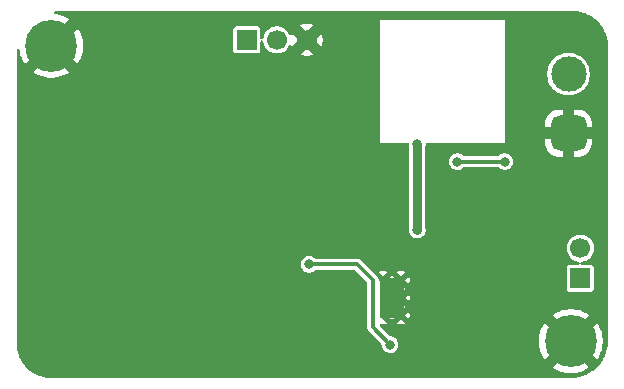
<source format=gbl>
G04 #@! TF.GenerationSoftware,KiCad,Pcbnew,9.0.2-9.0.2-0~ubuntu24.04.1*
G04 #@! TF.CreationDate,2025-05-13T17:43:29+02:00*
G04 #@! TF.ProjectId,RCFavoritControlBoard,52434661-766f-4726-9974-436f6e74726f,rev?*
G04 #@! TF.SameCoordinates,Original*
G04 #@! TF.FileFunction,Copper,L2,Bot*
G04 #@! TF.FilePolarity,Positive*
%FSLAX46Y46*%
G04 Gerber Fmt 4.6, Leading zero omitted, Abs format (unit mm)*
G04 Created by KiCad (PCBNEW 9.0.2-9.0.2-0~ubuntu24.04.1) date 2025-05-13 17:43:29*
%MOMM*%
%LPD*%
G01*
G04 APERTURE LIST*
G04 Aperture macros list*
%AMRoundRect*
0 Rectangle with rounded corners*
0 $1 Rounding radius*
0 $2 $3 $4 $5 $6 $7 $8 $9 X,Y pos of 4 corners*
0 Add a 4 corners polygon primitive as box body*
4,1,4,$2,$3,$4,$5,$6,$7,$8,$9,$2,$3,0*
0 Add four circle primitives for the rounded corners*
1,1,$1+$1,$2,$3*
1,1,$1+$1,$4,$5*
1,1,$1+$1,$6,$7*
1,1,$1+$1,$8,$9*
0 Add four rect primitives between the rounded corners*
20,1,$1+$1,$2,$3,$4,$5,0*
20,1,$1+$1,$4,$5,$6,$7,0*
20,1,$1+$1,$6,$7,$8,$9,0*
20,1,$1+$1,$8,$9,$2,$3,0*%
G04 Aperture macros list end*
G04 #@! TA.AperFunction,HeatsinkPad*
%ADD10C,0.500000*%
G04 #@! TD*
G04 #@! TA.AperFunction,HeatsinkPad*
%ADD11R,2.000000X3.500000*%
G04 #@! TD*
G04 #@! TA.AperFunction,ComponentPad*
%ADD12C,4.400000*%
G04 #@! TD*
G04 #@! TA.AperFunction,ComponentPad*
%ADD13RoundRect,0.750000X0.750000X-0.750000X0.750000X0.750000X-0.750000X0.750000X-0.750000X-0.750000X0*%
G04 #@! TD*
G04 #@! TA.AperFunction,ComponentPad*
%ADD14C,3.000000*%
G04 #@! TD*
G04 #@! TA.AperFunction,ComponentPad*
%ADD15R,1.700000X1.700000*%
G04 #@! TD*
G04 #@! TA.AperFunction,ComponentPad*
%ADD16C,1.700000*%
G04 #@! TD*
G04 #@! TA.AperFunction,ViaPad*
%ADD17C,0.600000*%
G04 #@! TD*
G04 #@! TA.AperFunction,ViaPad*
%ADD18C,0.800000*%
G04 #@! TD*
G04 #@! TA.AperFunction,Conductor*
%ADD19C,0.350000*%
G04 #@! TD*
G04 #@! TA.AperFunction,Conductor*
%ADD20C,0.750000*%
G04 #@! TD*
G04 #@! TA.AperFunction,Conductor*
%ADD21C,0.300000*%
G04 #@! TD*
G04 APERTURE END LIST*
D10*
G04 #@! TO.P,U3,17,GND*
G04 #@! TO.N,GND*
X154612500Y-101825000D03*
X154612500Y-100325000D03*
X154612500Y-98825000D03*
D11*
X153862500Y-100325000D03*
D10*
X153112500Y-101825000D03*
X153112500Y-100325000D03*
X153112500Y-98825000D03*
G04 #@! TD*
D12*
G04 #@! TO.P,H2,1,1*
G04 #@! TO.N,GND*
X125000000Y-79000000D03*
G04 #@! TD*
G04 #@! TO.P,H1,1,1*
G04 #@! TO.N,GND*
X169000000Y-104000000D03*
G04 #@! TD*
D13*
G04 #@! TO.P,VBAT,1,Pin_1*
G04 #@! TO.N,GND*
X168800000Y-86400000D03*
D14*
G04 #@! TO.P,VBAT,2,Pin_2*
G04 #@! TO.N,VBAT*
X168800000Y-81400000D03*
G04 #@! TD*
D15*
G04 #@! TO.P,MOTOR,1,Pin_1*
G04 #@! TO.N,Motor+*
X169800000Y-98675000D03*
D16*
G04 #@! TO.P,MOTOR,2,Pin_2*
G04 #@! TO.N,Motor-*
X169800000Y-96135000D03*
G04 #@! TD*
D15*
G04 #@! TO.P,J3,1,Pin_1*
G04 #@! TO.N,SERVO_PWM*
X141560000Y-78500000D03*
D16*
G04 #@! TO.P,J3,2,Pin_2*
G04 #@! TO.N,+6V*
X144100000Y-78500000D03*
G04 #@! TO.P,J3,3,Pin_3*
G04 #@! TO.N,GND*
X146640000Y-78500000D03*
G04 #@! TD*
D17*
G04 #@! TO.N,GND*
X165000000Y-78500000D03*
X150500000Y-80000000D03*
X164000000Y-104000000D03*
X159000000Y-104000000D03*
X123500000Y-83000000D03*
X133000000Y-77000000D03*
X129000000Y-101000000D03*
X137000000Y-96500000D03*
X137000000Y-100000000D03*
X142000000Y-100000000D03*
X142000000Y-96500000D03*
X142000000Y-92500000D03*
X137000000Y-92500000D03*
X132000000Y-92500000D03*
X127000000Y-92500000D03*
D18*
X157050000Y-92500000D03*
X132500000Y-81000000D03*
X154500000Y-92500000D03*
X129800000Y-86500000D03*
X138700000Y-81500000D03*
X163450000Y-95050000D03*
X141400000Y-82000000D03*
X152500000Y-93500000D03*
X128700000Y-86500000D03*
X134200000Y-80500000D03*
X153100000Y-91000000D03*
X165900000Y-93950000D03*
X148900000Y-103800000D03*
X158000000Y-92500000D03*
X133400000Y-81000000D03*
X147200000Y-103850000D03*
X163450000Y-96150000D03*
X146250000Y-103850000D03*
X163450000Y-94150000D03*
X153700000Y-91800000D03*
X164950000Y-93950000D03*
X163450000Y-97150000D03*
X162400000Y-92500000D03*
X131500000Y-80300000D03*
X164050000Y-92850000D03*
G04 #@! TO.N,+6V*
X156000000Y-87300000D03*
X146825000Y-97500000D03*
X153700000Y-104300000D03*
X156000000Y-94600000D03*
G04 #@! TO.N,VBAT*
X163400000Y-88800000D03*
X159378682Y-88801037D03*
G04 #@! TD*
D19*
G04 #@! TO.N,+6V*
X153700000Y-104300000D02*
X152250000Y-102850000D01*
X152250000Y-102850000D02*
X152250000Y-98850000D01*
X152250000Y-98850000D02*
X150900000Y-97500000D01*
D20*
X156000000Y-94600000D02*
X156000000Y-87300000D01*
D19*
X150900000Y-97500000D02*
X146825000Y-97500000D01*
D21*
G04 #@! TO.N,VBAT*
X163398963Y-88801037D02*
X163400000Y-88800000D01*
X163400000Y-88800000D02*
X159379719Y-88800000D01*
X159379719Y-88800000D02*
X159378682Y-88801037D01*
G04 #@! TD*
G04 #@! TA.AperFunction,Conductor*
G04 #@! TO.N,GND*
G36*
X169203472Y-76075695D02*
G01*
X169520498Y-76093499D01*
X169534296Y-76095053D01*
X169843895Y-76147656D01*
X169857449Y-76150749D01*
X170008331Y-76194218D01*
X170159212Y-76237686D01*
X170172338Y-76242279D01*
X170462465Y-76362454D01*
X170474979Y-76368480D01*
X170749848Y-76520395D01*
X170761604Y-76527782D01*
X171017716Y-76709504D01*
X171028576Y-76718164D01*
X171262741Y-76927425D01*
X171272572Y-76937256D01*
X171462691Y-77150000D01*
X171481831Y-77171417D01*
X171490497Y-77182285D01*
X171668948Y-77433788D01*
X171672211Y-77438386D01*
X171679607Y-77450156D01*
X171774826Y-77622441D01*
X171831515Y-77725013D01*
X171837548Y-77737541D01*
X171957720Y-78027662D01*
X171962313Y-78040787D01*
X172049249Y-78342548D01*
X172052343Y-78356105D01*
X172104944Y-78665693D01*
X172106501Y-78679511D01*
X172124305Y-78996527D01*
X172124500Y-79003480D01*
X172124500Y-103996753D01*
X172124330Y-104003243D01*
X172107723Y-104320112D01*
X172106366Y-104333020D01*
X172057239Y-104643198D01*
X172054541Y-104655894D01*
X171973258Y-104959246D01*
X171969247Y-104971589D01*
X171856702Y-105264780D01*
X171851423Y-105276638D01*
X171708844Y-105556464D01*
X171702354Y-105567704D01*
X171531315Y-105831082D01*
X171523686Y-105841583D01*
X171326042Y-106085652D01*
X171317357Y-106095297D01*
X171095297Y-106317357D01*
X171085652Y-106326042D01*
X170841583Y-106523686D01*
X170831082Y-106531315D01*
X170567704Y-106702354D01*
X170556464Y-106708844D01*
X170276638Y-106851423D01*
X170264780Y-106856702D01*
X169971589Y-106969247D01*
X169959246Y-106973258D01*
X169655894Y-107054541D01*
X169643198Y-107057239D01*
X169333020Y-107106366D01*
X169320112Y-107107723D01*
X169003244Y-107124330D01*
X168996754Y-107124500D01*
X125003378Y-107124500D01*
X124996614Y-107124315D01*
X124971783Y-107122958D01*
X124688165Y-107107463D01*
X124674725Y-107105990D01*
X124373264Y-107056184D01*
X124360073Y-107053257D01*
X124065863Y-106970915D01*
X124053052Y-106966564D01*
X123769548Y-106852653D01*
X123757289Y-106846932D01*
X123487885Y-106702817D01*
X123476322Y-106695794D01*
X123224225Y-106523189D01*
X123213506Y-106514956D01*
X122981704Y-106315908D01*
X122971947Y-106306559D01*
X122763214Y-106083447D01*
X122754523Y-106073078D01*
X122571335Y-105828550D01*
X122563827Y-105817296D01*
X122545574Y-105786413D01*
X122408374Y-105554276D01*
X122402139Y-105542275D01*
X122378090Y-105489087D01*
X122276260Y-105263875D01*
X122271376Y-105251285D01*
X122176574Y-104960825D01*
X122173086Y-104947759D01*
X122110492Y-104648700D01*
X122108450Y-104635353D01*
X122078808Y-104331253D01*
X122078233Y-104317741D01*
X122078954Y-104257584D01*
X122081977Y-104005465D01*
X122081978Y-104005465D01*
X122083609Y-103980988D01*
X122078339Y-103972615D01*
X122075931Y-103943812D01*
X122076462Y-103941217D01*
X122075500Y-103933480D01*
X122075500Y-97568995D01*
X146124499Y-97568995D01*
X146151418Y-97704322D01*
X146151421Y-97704332D01*
X146204221Y-97831804D01*
X146204228Y-97831817D01*
X146280885Y-97946541D01*
X146280888Y-97946545D01*
X146378454Y-98044111D01*
X146378458Y-98044114D01*
X146493182Y-98120771D01*
X146493195Y-98120778D01*
X146557518Y-98147421D01*
X146620672Y-98173580D01*
X146620676Y-98173580D01*
X146620677Y-98173581D01*
X146756004Y-98200500D01*
X146756007Y-98200500D01*
X146893995Y-98200500D01*
X146985041Y-98182389D01*
X147029328Y-98173580D01*
X147156811Y-98120775D01*
X147271542Y-98044114D01*
X147303836Y-98011820D01*
X147365158Y-97978334D01*
X147391518Y-97975500D01*
X150651679Y-97975500D01*
X150718718Y-97995185D01*
X150739360Y-98011819D01*
X151738181Y-99010640D01*
X151771666Y-99071963D01*
X151774500Y-99098321D01*
X151774500Y-102787399D01*
X151774500Y-102912601D01*
X151788576Y-102965133D01*
X151806905Y-103033536D01*
X151869504Y-103141962D01*
X151869506Y-103141965D01*
X152963181Y-104235639D01*
X152996666Y-104296962D01*
X152999500Y-104323320D01*
X152999500Y-104368993D01*
X152999500Y-104368995D01*
X152999499Y-104368995D01*
X153026418Y-104504322D01*
X153026421Y-104504332D01*
X153079221Y-104631804D01*
X153079228Y-104631817D01*
X153155885Y-104746541D01*
X153155888Y-104746545D01*
X153253454Y-104844111D01*
X153253458Y-104844114D01*
X153368182Y-104920771D01*
X153368195Y-104920778D01*
X153476223Y-104965524D01*
X153495672Y-104973580D01*
X153495676Y-104973580D01*
X153495677Y-104973581D01*
X153631004Y-105000500D01*
X153631007Y-105000500D01*
X153768995Y-105000500D01*
X153860041Y-104982389D01*
X153904328Y-104973580D01*
X154031811Y-104920775D01*
X154146542Y-104844114D01*
X154244114Y-104746542D01*
X154320775Y-104631811D01*
X154373580Y-104504328D01*
X154400500Y-104368993D01*
X154400500Y-104231007D01*
X154400500Y-104231004D01*
X154373581Y-104095677D01*
X154373580Y-104095676D01*
X154373580Y-104095672D01*
X154369811Y-104086572D01*
X154320778Y-103968195D01*
X154320774Y-103968188D01*
X154320718Y-103968104D01*
X154244114Y-103853458D01*
X154244111Y-103853454D01*
X154239023Y-103848366D01*
X166300000Y-103848366D01*
X166300000Y-104151633D01*
X166333952Y-104452966D01*
X166333954Y-104452982D01*
X166401434Y-104748633D01*
X166401438Y-104748645D01*
X166501592Y-105034866D01*
X166501598Y-105034880D01*
X166633172Y-105308096D01*
X166768856Y-105524035D01*
X167953626Y-104339266D01*
X167980590Y-104422253D01*
X168059196Y-104576525D01*
X168160967Y-104716602D01*
X168283398Y-104839033D01*
X168423475Y-104940804D01*
X168577747Y-105019410D01*
X168660732Y-105046373D01*
X167475963Y-106231142D01*
X167475962Y-106231142D01*
X167691903Y-106366827D01*
X167965119Y-106498401D01*
X167965133Y-106498407D01*
X168251354Y-106598561D01*
X168251366Y-106598565D01*
X168547017Y-106666045D01*
X168547033Y-106666047D01*
X168848366Y-106699999D01*
X168848368Y-106700000D01*
X169151632Y-106700000D01*
X169151633Y-106699999D01*
X169452966Y-106666047D01*
X169452982Y-106666045D01*
X169748633Y-106598565D01*
X169748645Y-106598561D01*
X170034866Y-106498407D01*
X170034880Y-106498401D01*
X170308096Y-106366827D01*
X170524035Y-106231142D01*
X169339267Y-105046373D01*
X169422253Y-105019410D01*
X169576525Y-104940804D01*
X169716602Y-104839033D01*
X169839033Y-104716602D01*
X169940804Y-104576525D01*
X170019410Y-104422253D01*
X170046373Y-104339266D01*
X171231142Y-105524035D01*
X171366827Y-105308096D01*
X171498401Y-105034880D01*
X171498407Y-105034866D01*
X171598561Y-104748645D01*
X171598565Y-104748633D01*
X171666045Y-104452982D01*
X171666047Y-104452966D01*
X171699999Y-104151633D01*
X171700000Y-104151631D01*
X171700000Y-103848368D01*
X171699999Y-103848366D01*
X171666047Y-103547033D01*
X171666045Y-103547017D01*
X171598565Y-103251366D01*
X171598561Y-103251354D01*
X171498407Y-102965133D01*
X171498401Y-102965119D01*
X171366827Y-102691903D01*
X171231142Y-102475963D01*
X170046373Y-103660731D01*
X170019410Y-103577747D01*
X169940804Y-103423475D01*
X169839033Y-103283398D01*
X169716602Y-103160967D01*
X169576525Y-103059196D01*
X169422253Y-102980590D01*
X169339267Y-102953626D01*
X170524035Y-101768856D01*
X170524036Y-101768856D01*
X170308096Y-101633172D01*
X170034880Y-101501598D01*
X170034866Y-101501592D01*
X169748645Y-101401438D01*
X169748633Y-101401434D01*
X169452982Y-101333954D01*
X169452966Y-101333952D01*
X169151633Y-101300000D01*
X168848366Y-101300000D01*
X168547033Y-101333952D01*
X168547017Y-101333954D01*
X168251366Y-101401434D01*
X168251354Y-101401438D01*
X167965133Y-101501592D01*
X167965119Y-101501598D01*
X167691903Y-101633172D01*
X167475963Y-101768856D01*
X168660733Y-102953626D01*
X168577747Y-102980590D01*
X168423475Y-103059196D01*
X168283398Y-103160967D01*
X168160967Y-103283398D01*
X168059196Y-103423475D01*
X167980590Y-103577747D01*
X167953626Y-103660732D01*
X166768856Y-102475962D01*
X166633172Y-102691903D01*
X166501598Y-102965119D01*
X166501592Y-102965133D01*
X166401438Y-103251354D01*
X166401434Y-103251366D01*
X166333954Y-103547017D01*
X166333952Y-103547033D01*
X166300000Y-103848366D01*
X154239023Y-103848366D01*
X154146545Y-103755888D01*
X154146541Y-103755885D01*
X154031817Y-103679228D01*
X154031804Y-103679221D01*
X153904332Y-103626421D01*
X153904322Y-103626418D01*
X153768995Y-103599500D01*
X153768993Y-103599500D01*
X153723320Y-103599500D01*
X153656281Y-103579815D01*
X153635639Y-103563181D01*
X152839375Y-102766916D01*
X152805890Y-102705593D01*
X152810874Y-102635901D01*
X152852746Y-102579968D01*
X152918210Y-102555551D01*
X152951248Y-102557618D01*
X153038629Y-102575000D01*
X153186371Y-102575000D01*
X153186373Y-102574999D01*
X153331260Y-102546179D01*
X153331275Y-102546175D01*
X153436524Y-102502578D01*
X153436524Y-102502577D01*
X154288475Y-102502577D01*
X154393736Y-102546178D01*
X154393740Y-102546179D01*
X154538626Y-102574999D01*
X154538629Y-102575000D01*
X154686371Y-102575000D01*
X154686373Y-102574999D01*
X154831260Y-102546179D01*
X154831275Y-102546175D01*
X154936524Y-102502578D01*
X154936524Y-102502577D01*
X154612501Y-102178554D01*
X154612500Y-102178554D01*
X154288475Y-102502577D01*
X153436524Y-102502577D01*
X153023404Y-102089457D01*
X152989919Y-102028134D01*
X152994903Y-101958442D01*
X153023404Y-101914094D01*
X153041788Y-101895709D01*
X153055855Y-101909776D01*
X153092609Y-101925000D01*
X153132391Y-101925000D01*
X153169145Y-101909776D01*
X153197276Y-101881645D01*
X153212500Y-101844891D01*
X153212500Y-101824999D01*
X153466054Y-101824999D01*
X153466054Y-101825001D01*
X153790076Y-102149023D01*
X153838307Y-102139430D01*
X153886691Y-102139430D01*
X153934922Y-102149024D01*
X154258946Y-101825000D01*
X154258946Y-101824999D01*
X154239056Y-101805109D01*
X154512500Y-101805109D01*
X154512500Y-101844891D01*
X154527724Y-101881645D01*
X154555855Y-101909776D01*
X154592609Y-101925000D01*
X154632391Y-101925000D01*
X154669145Y-101909776D01*
X154697276Y-101881645D01*
X154712500Y-101844891D01*
X154712500Y-101824999D01*
X154966054Y-101824999D01*
X154966054Y-101825001D01*
X155290077Y-102149024D01*
X155290078Y-102149024D01*
X155333675Y-102043775D01*
X155333679Y-102043760D01*
X155362499Y-101898873D01*
X155362500Y-101898871D01*
X155362500Y-101751128D01*
X155362499Y-101751126D01*
X155333679Y-101606240D01*
X155333678Y-101606236D01*
X155290077Y-101500975D01*
X154966054Y-101824999D01*
X154712500Y-101824999D01*
X154712500Y-101805109D01*
X154697276Y-101768355D01*
X154669145Y-101740224D01*
X154632391Y-101725000D01*
X154592609Y-101725000D01*
X154555855Y-101740224D01*
X154527724Y-101768355D01*
X154512500Y-101805109D01*
X154239056Y-101805109D01*
X153934921Y-101500974D01*
X153886690Y-101510568D01*
X153838308Y-101510568D01*
X153790077Y-101500974D01*
X153466054Y-101824999D01*
X153212500Y-101824999D01*
X153212500Y-101805109D01*
X153197276Y-101768355D01*
X153169145Y-101740224D01*
X153132391Y-101725000D01*
X153092609Y-101725000D01*
X153055855Y-101740224D01*
X153041789Y-101754289D01*
X153023404Y-101735904D01*
X152989919Y-101674581D01*
X152994903Y-101604889D01*
X153023404Y-101560542D01*
X153436524Y-101147421D01*
X153426930Y-101099191D01*
X153426930Y-101090853D01*
X153425040Y-101086050D01*
X153426930Y-101050807D01*
X153436523Y-101002577D01*
X154288474Y-101002577D01*
X154298068Y-101050808D01*
X154298068Y-101099190D01*
X154288474Y-101147421D01*
X154612500Y-101471446D01*
X154612501Y-101471446D01*
X154936524Y-101147422D01*
X154926930Y-101099191D01*
X154926930Y-101050807D01*
X154936523Y-101002576D01*
X154612501Y-100678554D01*
X154612500Y-100678554D01*
X154288474Y-101002577D01*
X153436523Y-101002577D01*
X153436523Y-101002576D01*
X153023404Y-100589457D01*
X152989919Y-100528134D01*
X152994903Y-100458442D01*
X153023404Y-100414094D01*
X153041788Y-100395709D01*
X153055855Y-100409776D01*
X153092609Y-100425000D01*
X153132391Y-100425000D01*
X153169145Y-100409776D01*
X153197276Y-100381645D01*
X153212500Y-100344891D01*
X153212500Y-100324999D01*
X153466054Y-100324999D01*
X153466054Y-100325001D01*
X153790076Y-100649023D01*
X153838307Y-100639430D01*
X153886691Y-100639430D01*
X153934922Y-100649024D01*
X154258946Y-100325000D01*
X154258946Y-100324999D01*
X154239056Y-100305109D01*
X154512500Y-100305109D01*
X154512500Y-100344891D01*
X154527724Y-100381645D01*
X154555855Y-100409776D01*
X154592609Y-100425000D01*
X154632391Y-100425000D01*
X154669145Y-100409776D01*
X154697276Y-100381645D01*
X154712500Y-100344891D01*
X154712500Y-100324999D01*
X154966054Y-100324999D01*
X154966054Y-100325001D01*
X155290077Y-100649024D01*
X155290078Y-100649024D01*
X155333675Y-100543775D01*
X155333679Y-100543760D01*
X155362499Y-100398873D01*
X155362500Y-100398871D01*
X155362500Y-100251128D01*
X155362499Y-100251126D01*
X155333679Y-100106240D01*
X155333678Y-100106236D01*
X155290077Y-100000975D01*
X154966054Y-100324999D01*
X154712500Y-100324999D01*
X154712500Y-100305109D01*
X154697276Y-100268355D01*
X154669145Y-100240224D01*
X154632391Y-100225000D01*
X154592609Y-100225000D01*
X154555855Y-100240224D01*
X154527724Y-100268355D01*
X154512500Y-100305109D01*
X154239056Y-100305109D01*
X153934921Y-100000974D01*
X153886690Y-100010568D01*
X153838308Y-100010568D01*
X153790077Y-100000974D01*
X153466054Y-100324999D01*
X153212500Y-100324999D01*
X153212500Y-100305109D01*
X153197276Y-100268355D01*
X153169145Y-100240224D01*
X153132391Y-100225000D01*
X153092609Y-100225000D01*
X153055855Y-100240224D01*
X153041789Y-100254289D01*
X153023404Y-100235904D01*
X152989919Y-100174581D01*
X152994903Y-100104889D01*
X153023404Y-100060542D01*
X153436524Y-99647421D01*
X153426930Y-99599191D01*
X153426930Y-99590853D01*
X153425040Y-99586050D01*
X153426930Y-99550807D01*
X153436523Y-99502577D01*
X154288474Y-99502577D01*
X154298068Y-99550808D01*
X154298068Y-99599190D01*
X154288474Y-99647421D01*
X154612500Y-99971446D01*
X154612501Y-99971446D01*
X154936524Y-99647422D01*
X154926930Y-99599191D01*
X154926930Y-99550807D01*
X154936523Y-99502576D01*
X154612501Y-99178554D01*
X154612500Y-99178554D01*
X154288474Y-99502577D01*
X153436523Y-99502577D01*
X152750514Y-98816568D01*
X152743898Y-98805109D01*
X153012500Y-98805109D01*
X153012500Y-98844891D01*
X153027724Y-98881645D01*
X153055855Y-98909776D01*
X153092609Y-98925000D01*
X153132391Y-98925000D01*
X153169145Y-98909776D01*
X153197276Y-98881645D01*
X153212500Y-98844891D01*
X153212500Y-98824999D01*
X153466054Y-98824999D01*
X153466054Y-98825001D01*
X153790076Y-99149023D01*
X153838307Y-99139430D01*
X153886691Y-99139430D01*
X153934922Y-99149024D01*
X154258946Y-98825000D01*
X154258946Y-98824999D01*
X154239056Y-98805109D01*
X154512500Y-98805109D01*
X154512500Y-98844891D01*
X154527724Y-98881645D01*
X154555855Y-98909776D01*
X154592609Y-98925000D01*
X154632391Y-98925000D01*
X154669145Y-98909776D01*
X154697276Y-98881645D01*
X154712500Y-98844891D01*
X154712500Y-98824999D01*
X154966054Y-98824999D01*
X154966054Y-98825001D01*
X155290077Y-99149024D01*
X155290078Y-99149024D01*
X155333675Y-99043775D01*
X155333679Y-99043760D01*
X155362499Y-98898873D01*
X155362500Y-98898871D01*
X155362500Y-98751128D01*
X155362499Y-98751126D01*
X155333679Y-98606240D01*
X155333678Y-98606236D01*
X155290077Y-98500975D01*
X154966054Y-98824999D01*
X154712500Y-98824999D01*
X154712500Y-98805109D01*
X154697276Y-98768355D01*
X154669145Y-98740224D01*
X154632391Y-98725000D01*
X154592609Y-98725000D01*
X154555855Y-98740224D01*
X154527724Y-98768355D01*
X154512500Y-98805109D01*
X154239056Y-98805109D01*
X153934921Y-98500974D01*
X153886690Y-98510568D01*
X153838308Y-98510568D01*
X153790077Y-98500974D01*
X153466054Y-98824999D01*
X153212500Y-98824999D01*
X153212500Y-98805109D01*
X153197276Y-98768355D01*
X153169145Y-98740224D01*
X153132391Y-98725000D01*
X153092609Y-98725000D01*
X153055855Y-98740224D01*
X153027724Y-98768355D01*
X153012500Y-98805109D01*
X152743898Y-98805109D01*
X152718421Y-98760982D01*
X152693095Y-98666464D01*
X152630495Y-98558036D01*
X152541964Y-98469505D01*
X152219879Y-98147420D01*
X152788474Y-98147420D01*
X152788474Y-98147421D01*
X153112500Y-98471446D01*
X153112501Y-98471446D01*
X153436524Y-98147421D01*
X153436522Y-98147420D01*
X154288474Y-98147420D01*
X154288474Y-98147421D01*
X154612500Y-98471446D01*
X154612501Y-98471446D01*
X154936524Y-98147421D01*
X154831267Y-98103822D01*
X154831259Y-98103820D01*
X154686372Y-98075000D01*
X154538628Y-98075000D01*
X154393740Y-98103820D01*
X154393728Y-98103823D01*
X154288474Y-98147420D01*
X153436522Y-98147420D01*
X153331267Y-98103822D01*
X153331259Y-98103820D01*
X153186372Y-98075000D01*
X153038628Y-98075000D01*
X152893740Y-98103820D01*
X152893728Y-98103823D01*
X152788474Y-98147420D01*
X152219879Y-98147420D01*
X151191964Y-97119505D01*
X151083536Y-97056905D01*
X151083537Y-97056905D01*
X151043224Y-97046103D01*
X150962601Y-97024500D01*
X150962599Y-97024500D01*
X147391518Y-97024500D01*
X147324479Y-97004815D01*
X147303836Y-96988180D01*
X147271545Y-96955888D01*
X147271541Y-96955885D01*
X147156817Y-96879228D01*
X147156804Y-96879221D01*
X147029332Y-96826421D01*
X147029322Y-96826418D01*
X146893995Y-96799500D01*
X146893993Y-96799500D01*
X146756007Y-96799500D01*
X146756005Y-96799500D01*
X146620677Y-96826418D01*
X146620667Y-96826421D01*
X146493195Y-96879221D01*
X146493182Y-96879228D01*
X146378458Y-96955885D01*
X146378454Y-96955888D01*
X146280888Y-97053454D01*
X146280885Y-97053458D01*
X146204228Y-97168182D01*
X146204221Y-97168195D01*
X146151421Y-97295667D01*
X146151418Y-97295677D01*
X146124500Y-97431004D01*
X146124500Y-97431007D01*
X146124500Y-97568993D01*
X146124500Y-97568995D01*
X146124499Y-97568995D01*
X122075500Y-97568995D01*
X122075500Y-96044448D01*
X168649500Y-96044448D01*
X168649500Y-96225551D01*
X168677829Y-96404410D01*
X168733787Y-96576636D01*
X168733788Y-96576639D01*
X168816006Y-96737997D01*
X168922441Y-96884494D01*
X168922445Y-96884499D01*
X169050500Y-97012554D01*
X169050505Y-97012558D01*
X169178287Y-97105396D01*
X169197006Y-97118996D01*
X169293552Y-97168189D01*
X169358360Y-97201211D01*
X169358363Y-97201212D01*
X169444476Y-97229191D01*
X169530591Y-97257171D01*
X169634716Y-97273662D01*
X169662270Y-97278027D01*
X169725405Y-97307956D01*
X169762336Y-97367268D01*
X169761338Y-97437130D01*
X169722728Y-97495363D01*
X169658765Y-97523477D01*
X169642872Y-97524500D01*
X168905143Y-97524500D01*
X168905117Y-97524502D01*
X168880012Y-97527413D01*
X168880008Y-97527415D01*
X168777235Y-97572793D01*
X168697794Y-97652234D01*
X168652415Y-97755006D01*
X168652415Y-97755008D01*
X168649500Y-97780131D01*
X168649500Y-99569856D01*
X168649502Y-99569882D01*
X168652413Y-99594987D01*
X168652415Y-99594991D01*
X168697793Y-99697764D01*
X168697794Y-99697765D01*
X168777235Y-99777206D01*
X168880009Y-99822585D01*
X168905135Y-99825500D01*
X170694864Y-99825499D01*
X170694879Y-99825497D01*
X170694882Y-99825497D01*
X170719987Y-99822586D01*
X170719988Y-99822585D01*
X170719991Y-99822585D01*
X170822765Y-99777206D01*
X170902206Y-99697765D01*
X170947585Y-99594991D01*
X170950500Y-99569865D01*
X170950499Y-97780136D01*
X170950497Y-97780117D01*
X170947586Y-97755012D01*
X170947585Y-97755010D01*
X170947585Y-97755009D01*
X170902206Y-97652235D01*
X170822765Y-97572794D01*
X170814157Y-97568993D01*
X170719992Y-97527415D01*
X170694868Y-97524500D01*
X169957128Y-97524500D01*
X169890089Y-97504815D01*
X169844334Y-97452011D01*
X169834390Y-97382853D01*
X169863415Y-97319297D01*
X169922193Y-97281523D01*
X169937730Y-97278027D01*
X169961014Y-97274338D01*
X170069409Y-97257171D01*
X170241639Y-97201211D01*
X170402994Y-97118996D01*
X170549501Y-97012553D01*
X170677553Y-96884501D01*
X170783996Y-96737994D01*
X170866211Y-96576639D01*
X170922171Y-96404409D01*
X170936765Y-96312259D01*
X170950500Y-96225551D01*
X170950500Y-96044448D01*
X170934019Y-95940397D01*
X170922171Y-95865591D01*
X170866211Y-95693361D01*
X170866211Y-95693360D01*
X170837740Y-95637484D01*
X170783996Y-95532006D01*
X170770396Y-95513287D01*
X170677558Y-95385505D01*
X170677554Y-95385500D01*
X170549499Y-95257445D01*
X170549494Y-95257441D01*
X170402997Y-95151006D01*
X170402996Y-95151005D01*
X170402994Y-95151004D01*
X170351300Y-95124664D01*
X170241639Y-95068788D01*
X170241636Y-95068787D01*
X170069410Y-95012829D01*
X169890551Y-94984500D01*
X169890546Y-94984500D01*
X169709454Y-94984500D01*
X169709449Y-94984500D01*
X169530589Y-95012829D01*
X169358363Y-95068787D01*
X169358360Y-95068788D01*
X169197002Y-95151006D01*
X169050505Y-95257441D01*
X169050500Y-95257445D01*
X168922445Y-95385500D01*
X168922441Y-95385505D01*
X168816006Y-95532002D01*
X168733788Y-95693360D01*
X168733787Y-95693363D01*
X168677829Y-95865589D01*
X168649500Y-96044448D01*
X122075500Y-96044448D01*
X122075500Y-87200000D01*
X152800000Y-87200000D01*
X155175500Y-87200000D01*
X155175930Y-87200126D01*
X155176361Y-87200003D01*
X155209422Y-87209960D01*
X155242539Y-87219685D01*
X155242832Y-87220023D01*
X155243262Y-87220153D01*
X155265712Y-87246428D01*
X155288294Y-87272489D01*
X155288455Y-87273046D01*
X155288649Y-87273273D01*
X155289008Y-87274955D01*
X155298357Y-87307206D01*
X155299500Y-87315567D01*
X155299500Y-87368993D01*
X155322848Y-87486373D01*
X155323357Y-87490092D01*
X155323047Y-87492142D01*
X155324500Y-87506886D01*
X155324500Y-94393112D01*
X155322117Y-94417304D01*
X155299500Y-94531004D01*
X155299500Y-94531007D01*
X155299500Y-94668993D01*
X155299500Y-94668995D01*
X155299499Y-94668995D01*
X155326418Y-94804322D01*
X155326421Y-94804332D01*
X155379221Y-94931804D01*
X155379228Y-94931817D01*
X155455885Y-95046541D01*
X155455888Y-95046545D01*
X155553454Y-95144111D01*
X155553458Y-95144114D01*
X155668182Y-95220771D01*
X155668195Y-95220778D01*
X155756723Y-95257447D01*
X155795672Y-95273580D01*
X155795676Y-95273580D01*
X155795677Y-95273581D01*
X155931004Y-95300500D01*
X155931007Y-95300500D01*
X156068995Y-95300500D01*
X156160041Y-95282389D01*
X156204328Y-95273580D01*
X156331811Y-95220775D01*
X156446542Y-95144114D01*
X156544114Y-95046542D01*
X156620775Y-94931811D01*
X156673580Y-94804328D01*
X156700500Y-94668993D01*
X156700500Y-94531007D01*
X156700500Y-94531004D01*
X156677883Y-94417304D01*
X156675500Y-94393112D01*
X156675500Y-88870032D01*
X158678181Y-88870032D01*
X158705100Y-89005359D01*
X158705103Y-89005369D01*
X158757903Y-89132841D01*
X158757910Y-89132854D01*
X158834567Y-89247578D01*
X158834570Y-89247582D01*
X158932136Y-89345148D01*
X158932140Y-89345151D01*
X159046864Y-89421808D01*
X159046877Y-89421815D01*
X159171850Y-89473580D01*
X159174354Y-89474617D01*
X159174358Y-89474617D01*
X159174359Y-89474618D01*
X159309686Y-89501537D01*
X159309689Y-89501537D01*
X159447677Y-89501537D01*
X159538723Y-89483426D01*
X159583010Y-89474617D01*
X159710493Y-89421812D01*
X159825224Y-89345151D01*
X159883557Y-89286817D01*
X159944878Y-89253334D01*
X159971237Y-89250500D01*
X162808482Y-89250500D01*
X162875521Y-89270185D01*
X162896158Y-89286814D01*
X162953455Y-89344111D01*
X162953459Y-89344115D01*
X163068182Y-89420771D01*
X163068195Y-89420778D01*
X163195667Y-89473578D01*
X163195672Y-89473580D01*
X163195676Y-89473580D01*
X163195677Y-89473581D01*
X163331004Y-89500500D01*
X163331007Y-89500500D01*
X163468995Y-89500500D01*
X163560041Y-89482389D01*
X163604328Y-89473580D01*
X163729300Y-89421815D01*
X163731804Y-89420778D01*
X163731804Y-89420777D01*
X163731811Y-89420775D01*
X163846542Y-89344114D01*
X163944114Y-89246542D01*
X164020775Y-89131811D01*
X164073580Y-89004328D01*
X164082389Y-88960041D01*
X164100500Y-88868995D01*
X164100500Y-88731004D01*
X164073581Y-88595677D01*
X164073580Y-88595676D01*
X164073580Y-88595672D01*
X164073578Y-88595667D01*
X164020778Y-88468195D01*
X164020771Y-88468182D01*
X163944114Y-88353458D01*
X163944111Y-88353454D01*
X163846545Y-88255888D01*
X163846541Y-88255885D01*
X163731817Y-88179228D01*
X163731804Y-88179221D01*
X163604332Y-88126421D01*
X163604322Y-88126418D01*
X163468995Y-88099500D01*
X163468993Y-88099500D01*
X163331007Y-88099500D01*
X163331005Y-88099500D01*
X163195677Y-88126418D01*
X163195667Y-88126421D01*
X163068195Y-88179221D01*
X163068182Y-88179228D01*
X162953459Y-88255884D01*
X162924811Y-88284532D01*
X162896161Y-88313182D01*
X162834841Y-88346666D01*
X162808482Y-88349500D01*
X159969163Y-88349500D01*
X159902124Y-88329815D01*
X159881486Y-88313185D01*
X159825224Y-88256923D01*
X159825223Y-88256922D01*
X159825222Y-88256921D01*
X159710499Y-88180265D01*
X159710486Y-88180258D01*
X159583014Y-88127458D01*
X159583004Y-88127455D01*
X159447677Y-88100537D01*
X159447675Y-88100537D01*
X159309689Y-88100537D01*
X159309687Y-88100537D01*
X159174359Y-88127455D01*
X159174349Y-88127458D01*
X159046877Y-88180258D01*
X159046864Y-88180265D01*
X158932140Y-88256922D01*
X158932136Y-88256925D01*
X158834570Y-88354491D01*
X158834567Y-88354495D01*
X158757910Y-88469219D01*
X158757903Y-88469232D01*
X158705103Y-88596704D01*
X158705100Y-88596714D01*
X158678182Y-88732041D01*
X158678182Y-88732044D01*
X158678182Y-88870030D01*
X158678182Y-88870032D01*
X158678181Y-88870032D01*
X156675500Y-88870032D01*
X156675500Y-87506886D01*
X156676643Y-87490092D01*
X156677151Y-87486373D01*
X156700500Y-87368993D01*
X156700500Y-87315567D01*
X156701643Y-87307206D01*
X156712623Y-87282712D01*
X156720185Y-87256961D01*
X156726698Y-87251317D01*
X156730225Y-87243450D01*
X156752708Y-87228779D01*
X156772989Y-87211206D01*
X156782966Y-87209035D01*
X156788740Y-87205268D01*
X156800664Y-87205185D01*
X156824500Y-87200000D01*
X163400000Y-87200000D01*
X163400000Y-85585803D01*
X166800000Y-85585803D01*
X166800000Y-85900000D01*
X168051668Y-85900000D01*
X168002430Y-85973690D01*
X167934586Y-86137480D01*
X167900000Y-86311358D01*
X167900000Y-86488642D01*
X167934586Y-86662520D01*
X168002430Y-86826310D01*
X168051668Y-86900000D01*
X166800001Y-86900000D01*
X166800001Y-87214197D01*
X166810400Y-87346332D01*
X166865377Y-87564519D01*
X166958428Y-87769374D01*
X166958431Y-87769380D01*
X167086559Y-87954323D01*
X167086569Y-87954335D01*
X167245664Y-88113430D01*
X167245676Y-88113440D01*
X167430619Y-88241568D01*
X167430625Y-88241571D01*
X167635480Y-88334622D01*
X167853667Y-88389599D01*
X167985810Y-88399999D01*
X168299999Y-88399999D01*
X168300000Y-88399998D01*
X168300000Y-87148332D01*
X168373690Y-87197570D01*
X168537480Y-87265414D01*
X168711358Y-87300000D01*
X168888642Y-87300000D01*
X169062520Y-87265414D01*
X169226310Y-87197570D01*
X169300000Y-87148332D01*
X169300000Y-88399999D01*
X169614182Y-88399999D01*
X169614197Y-88399998D01*
X169746332Y-88389599D01*
X169964519Y-88334622D01*
X170169374Y-88241571D01*
X170169380Y-88241568D01*
X170354323Y-88113440D01*
X170354335Y-88113430D01*
X170513430Y-87954335D01*
X170513440Y-87954323D01*
X170641568Y-87769380D01*
X170641571Y-87769374D01*
X170734622Y-87564519D01*
X170789599Y-87346332D01*
X170799999Y-87214196D01*
X170800000Y-87214184D01*
X170800000Y-86900000D01*
X169548332Y-86900000D01*
X169597570Y-86826310D01*
X169665414Y-86662520D01*
X169700000Y-86488642D01*
X169700000Y-86311358D01*
X169665414Y-86137480D01*
X169597570Y-85973690D01*
X169548332Y-85900000D01*
X170799999Y-85900000D01*
X170799999Y-85585817D01*
X170799998Y-85585802D01*
X170789599Y-85453667D01*
X170734622Y-85235480D01*
X170641571Y-85030625D01*
X170641568Y-85030619D01*
X170513440Y-84845676D01*
X170513430Y-84845664D01*
X170354335Y-84686569D01*
X170354323Y-84686559D01*
X170169380Y-84558431D01*
X170169374Y-84558428D01*
X169964519Y-84465377D01*
X169746332Y-84410400D01*
X169614196Y-84400000D01*
X169300000Y-84400000D01*
X169300000Y-85651667D01*
X169226310Y-85602430D01*
X169062520Y-85534586D01*
X168888642Y-85500000D01*
X168711358Y-85500000D01*
X168537480Y-85534586D01*
X168373690Y-85602430D01*
X168300000Y-85651667D01*
X168300000Y-84400000D01*
X167985817Y-84400000D01*
X167985802Y-84400001D01*
X167853667Y-84410400D01*
X167635480Y-84465377D01*
X167430625Y-84558428D01*
X167430619Y-84558431D01*
X167245676Y-84686559D01*
X167245664Y-84686569D01*
X167086569Y-84845664D01*
X167086559Y-84845676D01*
X166958431Y-85030619D01*
X166958428Y-85030625D01*
X166865377Y-85235480D01*
X166810400Y-85453667D01*
X166800000Y-85585803D01*
X163400000Y-85585803D01*
X163400000Y-81281995D01*
X166999500Y-81281995D01*
X166999500Y-81518004D01*
X166999501Y-81518020D01*
X167030306Y-81752010D01*
X167091394Y-81979993D01*
X167181714Y-82198045D01*
X167181719Y-82198056D01*
X167252677Y-82320957D01*
X167299727Y-82402450D01*
X167299729Y-82402453D01*
X167299730Y-82402454D01*
X167443406Y-82589697D01*
X167443412Y-82589704D01*
X167610295Y-82756587D01*
X167610301Y-82756592D01*
X167797550Y-82900273D01*
X167928918Y-82976118D01*
X168001943Y-83018280D01*
X168001948Y-83018282D01*
X168001951Y-83018284D01*
X168220007Y-83108606D01*
X168447986Y-83169693D01*
X168681989Y-83200500D01*
X168681996Y-83200500D01*
X168918004Y-83200500D01*
X168918011Y-83200500D01*
X169152014Y-83169693D01*
X169379993Y-83108606D01*
X169598049Y-83018284D01*
X169802450Y-82900273D01*
X169989699Y-82756592D01*
X170156592Y-82589699D01*
X170300273Y-82402450D01*
X170418284Y-82198049D01*
X170508606Y-81979993D01*
X170569693Y-81752014D01*
X170600500Y-81518011D01*
X170600500Y-81281989D01*
X170569693Y-81047986D01*
X170508606Y-80820007D01*
X170418284Y-80601951D01*
X170418282Y-80601948D01*
X170418280Y-80601943D01*
X170373299Y-80524035D01*
X170300273Y-80397550D01*
X170156592Y-80210301D01*
X170156587Y-80210295D01*
X169989704Y-80043412D01*
X169989697Y-80043406D01*
X169802454Y-79899730D01*
X169802453Y-79899729D01*
X169802450Y-79899727D01*
X169697325Y-79839033D01*
X169598056Y-79781719D01*
X169598045Y-79781714D01*
X169379993Y-79691394D01*
X169152010Y-79630306D01*
X168918020Y-79599501D01*
X168918017Y-79599500D01*
X168918011Y-79599500D01*
X168681989Y-79599500D01*
X168681983Y-79599500D01*
X168681979Y-79599501D01*
X168447989Y-79630306D01*
X168220006Y-79691394D01*
X168001954Y-79781714D01*
X168001943Y-79781719D01*
X167797545Y-79899730D01*
X167610302Y-80043406D01*
X167610295Y-80043412D01*
X167443412Y-80210295D01*
X167443406Y-80210302D01*
X167299730Y-80397545D01*
X167181719Y-80601943D01*
X167181714Y-80601954D01*
X167091394Y-80820006D01*
X167030306Y-81047989D01*
X166999501Y-81281979D01*
X166999500Y-81281995D01*
X163400000Y-81281995D01*
X163400000Y-76800000D01*
X158000000Y-76800000D01*
X152800000Y-76800000D01*
X152800000Y-87200000D01*
X122075500Y-87200000D01*
X122075500Y-79367162D01*
X122095185Y-79300123D01*
X122147989Y-79254368D01*
X122217147Y-79244424D01*
X122280703Y-79273449D01*
X122318477Y-79332227D01*
X122322720Y-79353279D01*
X122333951Y-79452964D01*
X122333954Y-79452982D01*
X122401434Y-79748633D01*
X122401438Y-79748645D01*
X122501592Y-80034866D01*
X122501598Y-80034880D01*
X122633172Y-80308096D01*
X122768856Y-80524035D01*
X123953626Y-79339266D01*
X123980590Y-79422253D01*
X124059196Y-79576525D01*
X124160967Y-79716602D01*
X124283398Y-79839033D01*
X124423475Y-79940804D01*
X124577747Y-80019410D01*
X124660732Y-80046373D01*
X123475963Y-81231142D01*
X123475962Y-81231142D01*
X123691903Y-81366827D01*
X123965119Y-81498401D01*
X123965133Y-81498407D01*
X124251354Y-81598561D01*
X124251366Y-81598565D01*
X124547017Y-81666045D01*
X124547033Y-81666047D01*
X124848366Y-81699999D01*
X124848368Y-81700000D01*
X125151632Y-81700000D01*
X125151633Y-81699999D01*
X125452966Y-81666047D01*
X125452982Y-81666045D01*
X125748633Y-81598565D01*
X125748645Y-81598561D01*
X126034866Y-81498407D01*
X126034880Y-81498401D01*
X126308096Y-81366827D01*
X126524035Y-81231142D01*
X125339267Y-80046373D01*
X125422253Y-80019410D01*
X125576525Y-79940804D01*
X125716602Y-79839033D01*
X125839033Y-79716602D01*
X125940804Y-79576525D01*
X126019410Y-79422253D01*
X126046373Y-79339267D01*
X127231142Y-80524035D01*
X127366827Y-80308096D01*
X127498401Y-80034880D01*
X127498407Y-80034866D01*
X127598561Y-79748645D01*
X127598565Y-79748633D01*
X127599989Y-79742396D01*
X146104708Y-79742396D01*
X146121780Y-79751094D01*
X146323871Y-79816757D01*
X146533754Y-79850000D01*
X146746246Y-79850000D01*
X146956127Y-79816757D01*
X146956130Y-79816757D01*
X147158218Y-79751094D01*
X147158220Y-79751093D01*
X147175289Y-79742395D01*
X147175290Y-79742395D01*
X146640001Y-79207106D01*
X146640000Y-79207106D01*
X146104708Y-79742396D01*
X127599989Y-79742396D01*
X127666045Y-79452982D01*
X127666047Y-79452966D01*
X127699999Y-79151633D01*
X127700000Y-79151631D01*
X127700000Y-78848368D01*
X127699999Y-78848366D01*
X127666047Y-78547033D01*
X127666045Y-78547017D01*
X127598565Y-78251366D01*
X127598561Y-78251354D01*
X127498407Y-77965133D01*
X127498401Y-77965119D01*
X127366827Y-77691903D01*
X127351510Y-77667526D01*
X127312304Y-77605131D01*
X140409500Y-77605131D01*
X140409500Y-79394856D01*
X140409502Y-79394882D01*
X140412413Y-79419987D01*
X140412415Y-79419991D01*
X140457793Y-79522764D01*
X140457794Y-79522765D01*
X140537235Y-79602206D01*
X140640009Y-79647585D01*
X140665135Y-79650500D01*
X142454864Y-79650499D01*
X142454879Y-79650497D01*
X142454882Y-79650497D01*
X142479987Y-79647586D01*
X142479988Y-79647585D01*
X142479991Y-79647585D01*
X142582765Y-79602206D01*
X142662206Y-79522765D01*
X142707585Y-79419991D01*
X142710500Y-79394865D01*
X142710499Y-78657125D01*
X142730183Y-78590089D01*
X142782987Y-78544334D01*
X142852146Y-78534390D01*
X142915702Y-78563415D01*
X142953476Y-78622193D01*
X142956972Y-78637729D01*
X142977829Y-78769410D01*
X143033787Y-78941636D01*
X143033788Y-78941639D01*
X143116006Y-79102997D01*
X143222441Y-79249494D01*
X143222445Y-79249499D01*
X143350500Y-79377554D01*
X143350505Y-79377558D01*
X143478287Y-79470396D01*
X143497006Y-79483996D01*
X143573094Y-79522765D01*
X143658360Y-79566211D01*
X143658363Y-79566212D01*
X143705293Y-79581460D01*
X143830591Y-79622171D01*
X143913429Y-79635291D01*
X144009449Y-79650500D01*
X144009454Y-79650500D01*
X144190551Y-79650500D01*
X144298120Y-79633462D01*
X144369409Y-79622171D01*
X144494707Y-79581460D01*
X144494708Y-79581460D01*
X144541636Y-79566212D01*
X144541639Y-79566211D01*
X144702994Y-79483996D01*
X144849501Y-79377553D01*
X144977553Y-79249501D01*
X145083996Y-79102994D01*
X145151091Y-78971312D01*
X145199064Y-78920518D01*
X145266885Y-78903723D01*
X145333020Y-78926260D01*
X145376472Y-78980975D01*
X145379506Y-78989291D01*
X145388903Y-79018213D01*
X145388908Y-79018225D01*
X145397602Y-79035289D01*
X145397603Y-79035290D01*
X145932894Y-78500000D01*
X145867068Y-78434174D01*
X146140000Y-78434174D01*
X146140000Y-78565826D01*
X146174075Y-78692993D01*
X146239901Y-78807007D01*
X146332993Y-78900099D01*
X146447007Y-78965925D01*
X146574174Y-79000000D01*
X146705826Y-79000000D01*
X146832993Y-78965925D01*
X146947007Y-78900099D01*
X147040099Y-78807007D01*
X147105925Y-78692993D01*
X147140000Y-78565826D01*
X147140000Y-78499999D01*
X147347106Y-78499999D01*
X147347106Y-78500000D01*
X147882395Y-79035290D01*
X147882395Y-79035289D01*
X147891093Y-79018220D01*
X147891094Y-79018218D01*
X147956757Y-78816130D01*
X147956757Y-78816127D01*
X147990000Y-78606246D01*
X147990000Y-78393753D01*
X147956757Y-78183872D01*
X147956757Y-78183869D01*
X147891094Y-77981781D01*
X147891094Y-77981780D01*
X147882396Y-77964708D01*
X147347106Y-78499999D01*
X147140000Y-78499999D01*
X147140000Y-78434174D01*
X147105925Y-78307007D01*
X147040099Y-78192993D01*
X146947007Y-78099901D01*
X146832993Y-78034075D01*
X146705826Y-78000000D01*
X146574174Y-78000000D01*
X146447007Y-78034075D01*
X146332993Y-78099901D01*
X146239901Y-78192993D01*
X146174075Y-78307007D01*
X146140000Y-78434174D01*
X145867068Y-78434174D01*
X145397603Y-77964709D01*
X145388903Y-77981785D01*
X145379505Y-78010710D01*
X145340067Y-78068385D01*
X145275708Y-78095582D01*
X145206861Y-78083666D01*
X145155387Y-78036421D01*
X145151090Y-78028685D01*
X145127191Y-77981781D01*
X145083996Y-77897006D01*
X145008355Y-77792894D01*
X144977558Y-77750505D01*
X144977554Y-77750500D01*
X144849499Y-77622445D01*
X144849494Y-77622441D01*
X144702997Y-77516006D01*
X144702996Y-77516005D01*
X144702994Y-77516004D01*
X144626906Y-77477235D01*
X144541639Y-77433788D01*
X144541636Y-77433787D01*
X144494702Y-77418538D01*
X144494701Y-77418537D01*
X144369411Y-77377829D01*
X144369412Y-77377829D01*
X144190551Y-77349500D01*
X144190546Y-77349500D01*
X144009454Y-77349500D01*
X144009449Y-77349500D01*
X143830589Y-77377829D01*
X143658363Y-77433787D01*
X143658360Y-77433788D01*
X143497002Y-77516006D01*
X143350505Y-77622441D01*
X143350500Y-77622445D01*
X143222445Y-77750500D01*
X143222441Y-77750505D01*
X143116006Y-77897002D01*
X143033788Y-78058360D01*
X143033787Y-78058363D01*
X142977829Y-78230589D01*
X142956972Y-78362271D01*
X142927042Y-78425405D01*
X142867731Y-78462336D01*
X142797868Y-78461338D01*
X142739636Y-78422728D01*
X142711522Y-78358764D01*
X142710499Y-78342872D01*
X142710499Y-77605143D01*
X142710499Y-77605136D01*
X142710497Y-77605117D01*
X142707586Y-77580012D01*
X142707585Y-77580010D01*
X142707585Y-77580009D01*
X142662206Y-77477235D01*
X142582765Y-77397794D01*
X142582763Y-77397793D01*
X142479992Y-77352415D01*
X142454865Y-77349500D01*
X140665143Y-77349500D01*
X140665117Y-77349502D01*
X140640012Y-77352413D01*
X140640008Y-77352415D01*
X140537235Y-77397793D01*
X140457794Y-77477234D01*
X140412415Y-77580006D01*
X140412415Y-77580008D01*
X140409500Y-77605131D01*
X127312304Y-77605131D01*
X127231142Y-77475963D01*
X126046373Y-78660732D01*
X126019410Y-78577747D01*
X125940804Y-78423475D01*
X125839033Y-78283398D01*
X125716602Y-78160967D01*
X125576525Y-78059196D01*
X125422253Y-77980590D01*
X125339266Y-77953626D01*
X126035288Y-77257603D01*
X146104709Y-77257603D01*
X146640000Y-77792894D01*
X146640001Y-77792894D01*
X147175290Y-77257603D01*
X147175289Y-77257602D01*
X147158225Y-77248908D01*
X147158213Y-77248903D01*
X146956128Y-77183242D01*
X146746246Y-77150000D01*
X146533754Y-77150000D01*
X146323872Y-77183242D01*
X146323869Y-77183242D01*
X146121783Y-77248904D01*
X146104709Y-77257603D01*
X126035288Y-77257603D01*
X126524035Y-76768856D01*
X126308096Y-76633172D01*
X126034880Y-76501598D01*
X126034866Y-76501592D01*
X125748645Y-76401438D01*
X125748633Y-76401434D01*
X125452982Y-76333954D01*
X125452966Y-76333952D01*
X125353279Y-76322720D01*
X125288865Y-76295653D01*
X125249310Y-76238059D01*
X125247173Y-76168222D01*
X125283131Y-76108315D01*
X125345769Y-76077360D01*
X125367163Y-76075500D01*
X169175469Y-76075500D01*
X169196519Y-76075500D01*
X169203472Y-76075695D01*
G37*
G04 #@! TD.AperFunction*
G04 #@! TD*
M02*

</source>
